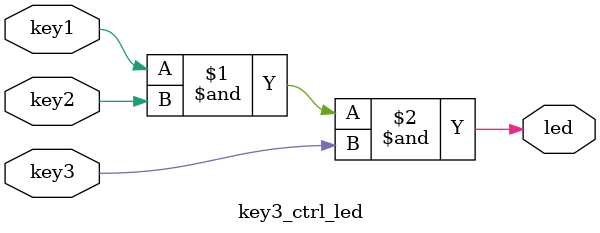
<source format=v>
module key3_ctrl_led(
	input wire key1,
	input wire key2,
	input wire key3,
	output wire led
	);
assign led = key1&key2&key3;
endmodule
</source>
